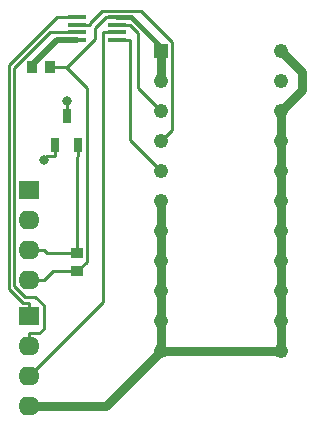
<source format=gbr>
%TF.GenerationSoftware,KiCad,Pcbnew,(5.1.8)-1*%
%TF.CreationDate,2021-05-23T21:47:32+08:00*%
%TF.ProjectId,only_ccd,6f6e6c79-5f63-4636-942e-6b696361645f,rev?*%
%TF.SameCoordinates,Original*%
%TF.FileFunction,Copper,L1,Top*%
%TF.FilePolarity,Positive*%
%FSLAX46Y46*%
G04 Gerber Fmt 4.6, Leading zero omitted, Abs format (unit mm)*
G04 Created by KiCad (PCBNEW (5.1.8)-1) date 2021-05-23 21:47:32*
%MOMM*%
%LPD*%
G01*
G04 APERTURE LIST*
%TA.AperFunction,ComponentPad*%
%ADD10R,1.800000X1.600000*%
%TD*%
%TA.AperFunction,ComponentPad*%
%ADD11O,1.800000X1.600000*%
%TD*%
%TA.AperFunction,SMDPad,CuDef*%
%ADD12R,0.700000X1.250000*%
%TD*%
%TA.AperFunction,SMDPad,CuDef*%
%ADD13R,1.600000X0.300000*%
%TD*%
%TA.AperFunction,SMDPad,CuDef*%
%ADD14R,0.980000X0.930000*%
%TD*%
%TA.AperFunction,ComponentPad*%
%ADD15R,1.220000X1.220000*%
%TD*%
%TA.AperFunction,ComponentPad*%
%ADD16C,1.220000*%
%TD*%
%TA.AperFunction,SMDPad,CuDef*%
%ADD17R,0.930000X0.980000*%
%TD*%
%TA.AperFunction,ViaPad*%
%ADD18C,0.800000*%
%TD*%
%TA.AperFunction,Conductor*%
%ADD19C,0.762000*%
%TD*%
%TA.AperFunction,Conductor*%
%ADD20C,0.508000*%
%TD*%
%TA.AperFunction,Conductor*%
%ADD21C,0.250000*%
%TD*%
%TA.AperFunction,Conductor*%
%ADD22C,0.254000*%
%TD*%
%TA.AperFunction,Conductor*%
%ADD23C,0.381000*%
%TD*%
G04 APERTURE END LIST*
D10*
%TO.P,J2,1*%
%TO.N,GND*%
X113538000Y-102235000D03*
D11*
%TO.P,J2,2*%
X113538000Y-104775000D03*
%TO.P,J2,3*%
%TO.N,/ADC_in*%
X113538000Y-107315000D03*
%TO.P,J2,4*%
%TO.N,/3v3*%
X113538000Y-109855000D03*
%TD*%
D12*
%TO.P,U3,3*%
%TO.N,Net-(R7-Pad1)*%
X116713000Y-95905000D03*
%TO.P,U3,2*%
%TO.N,/ADC_in*%
X117663000Y-98405000D03*
%TO.P,U3,1*%
%TO.N,Net-(R5-Pad2)*%
X115763000Y-98405000D03*
%TD*%
D13*
%TO.P,U2,8*%
%TO.N,/3v3*%
X120953000Y-87544000D03*
%TO.P,U2,7*%
%TO.N,Net-(IC1-Pad3)*%
X120953000Y-88194000D03*
%TO.P,U2,6*%
%TO.N,/M*%
X120953000Y-88844000D03*
%TO.P,U2,5*%
%TO.N,Net-(IC1-Pad5)*%
X120953000Y-89494000D03*
%TO.P,U2,4*%
%TO.N,GND*%
X117553000Y-89494000D03*
%TO.P,U2,3*%
%TO.N,/SH*%
X117553000Y-88844000D03*
%TO.P,U2,2*%
%TO.N,Net-(IC1-Pad4)*%
X117553000Y-88194000D03*
%TO.P,U2,1*%
%TO.N,/ICG*%
X117553000Y-87544000D03*
%TD*%
D14*
%TO.P,R6,2*%
%TO.N,/ADC_in*%
X117602000Y-107561000D03*
%TO.P,R6,1*%
%TO.N,/3v3*%
X117602000Y-109101000D03*
%TD*%
D10*
%TO.P,J1,1*%
%TO.N,/ICG*%
X113538000Y-112903000D03*
D11*
%TO.P,J1,2*%
%TO.N,/SH*%
X113538000Y-115443000D03*
%TO.P,J1,3*%
%TO.N,/M*%
X113538000Y-117983000D03*
%TO.P,J1,4*%
%TO.N,GND*%
X113538000Y-120523000D03*
%TD*%
D15*
%TO.P,IC1,1*%
%TO.N,/3v3*%
X124714000Y-90424000D03*
D16*
%TO.P,IC1,2*%
X124714000Y-92964000D03*
%TO.P,IC1,3*%
%TO.N,Net-(IC1-Pad3)*%
X124714000Y-95504000D03*
%TO.P,IC1,4*%
%TO.N,Net-(IC1-Pad4)*%
X124714000Y-98044000D03*
%TO.P,IC1,5*%
%TO.N,Net-(IC1-Pad5)*%
X124714000Y-100584000D03*
%TO.P,IC1,6*%
%TO.N,GND*%
X124714000Y-103124000D03*
%TO.P,IC1,7*%
X124714000Y-105664000D03*
%TO.P,IC1,8*%
X124714000Y-108204000D03*
%TO.P,IC1,9*%
X124714000Y-110744000D03*
%TO.P,IC1,10*%
X124714000Y-113284000D03*
%TO.P,IC1,11*%
X124714000Y-115824000D03*
%TO.P,IC1,12*%
X134874000Y-115824000D03*
%TO.P,IC1,13*%
X134874000Y-113284000D03*
%TO.P,IC1,14*%
X134874000Y-110744000D03*
%TO.P,IC1,15*%
X134874000Y-108204000D03*
%TO.P,IC1,16*%
X134874000Y-105664000D03*
%TO.P,IC1,17*%
X134874000Y-103124000D03*
%TO.P,IC1,18*%
X134874000Y-100584000D03*
%TO.P,IC1,19*%
X134874000Y-98044000D03*
%TO.P,IC1,20*%
X134874000Y-95504000D03*
%TO.P,IC1,21*%
%TO.N,Net-(IC1-Pad21)*%
X134874000Y-92964000D03*
%TO.P,IC1,22*%
%TO.N,GND*%
X134874000Y-90424000D03*
%TD*%
D17*
%TO.P,C16,2*%
%TO.N,GND*%
X113784000Y-91821000D03*
%TO.P,C16,1*%
%TO.N,/3v3*%
X115324000Y-91821000D03*
%TD*%
D18*
%TO.N,GND*%
X113784000Y-91821000D03*
%TO.N,Net-(R5-Pad2)*%
X114770800Y-99664200D03*
%TO.N,Net-(R7-Pad1)*%
X116713000Y-94679700D03*
%TD*%
D19*
%TO.N,GND*%
X134874000Y-95504000D02*
X134874000Y-95377000D01*
X134874000Y-113284000D02*
X134874000Y-110744000D01*
X134874000Y-115824000D02*
X134874000Y-113284000D01*
X134874000Y-110744000D02*
X134874000Y-108204000D01*
X134874000Y-108204000D02*
X134874000Y-105664000D01*
X134874000Y-105664000D02*
X134874000Y-103124000D01*
X134874000Y-103124000D02*
X134874000Y-100584000D01*
X134874000Y-100584000D02*
X134874000Y-98044000D01*
X124714000Y-105664000D02*
X124714000Y-108204000D01*
X124714000Y-103124000D02*
X124714000Y-105664000D01*
X124714000Y-108204000D02*
X124714000Y-110744000D01*
X134874000Y-98044000D02*
X134874000Y-95504000D01*
X124714000Y-110744000D02*
X124714000Y-113284000D01*
X124714000Y-113284000D02*
X124714000Y-115824000D01*
X124714000Y-115824000D02*
X134874000Y-115824000D01*
X136652000Y-93726000D02*
X134874000Y-95504000D01*
X136652000Y-92202000D02*
X136652000Y-93726000D01*
X134874000Y-90424000D02*
X136652000Y-92202000D01*
X120015000Y-120523000D02*
X124714000Y-115824000D01*
X113538000Y-120523000D02*
X120015000Y-120523000D01*
D20*
X115878798Y-89494000D02*
X117553000Y-89494000D01*
X113784000Y-91588798D02*
X115878798Y-89494000D01*
X113784000Y-91821000D02*
X113784000Y-91588798D01*
D21*
%TO.N,Net-(IC1-Pad3)*%
X120953000Y-88194000D02*
X122078300Y-88194000D01*
X124714000Y-95504000D02*
X122781200Y-93571200D01*
X122781200Y-93571200D02*
X122781200Y-88896900D01*
X122781200Y-88896900D02*
X122078300Y-88194000D01*
%TO.N,Net-(IC1-Pad4)*%
X117553000Y-88194000D02*
X118678300Y-88194000D01*
X124714000Y-98044000D02*
X125649400Y-97108600D01*
X125649400Y-97108600D02*
X125649400Y-89669000D01*
X125649400Y-89669000D02*
X123024200Y-87043800D01*
X123024200Y-87043800D02*
X119669600Y-87043800D01*
X119669600Y-87043800D02*
X118678300Y-88035100D01*
X118678300Y-88035100D02*
X118678300Y-88194000D01*
%TO.N,Net-(IC1-Pad5)*%
X120953000Y-89494000D02*
X122078300Y-89494000D01*
X124714000Y-100584000D02*
X122078300Y-97948300D01*
X122078300Y-97948300D02*
X122078300Y-89494000D01*
%TO.N,Net-(R5-Pad2)*%
X114770800Y-99664200D02*
X115079700Y-99355300D01*
X115079700Y-99355300D02*
X115763000Y-99355300D01*
X115763000Y-98405000D02*
X115763000Y-99355300D01*
%TO.N,/ADC_in*%
X117663000Y-98405000D02*
X117663000Y-99355300D01*
X117663000Y-99355300D02*
X117602000Y-99416300D01*
X117602000Y-99416300D02*
X117602000Y-107561000D01*
X113538000Y-107315000D02*
X114763300Y-107315000D01*
X117602000Y-107561000D02*
X115009300Y-107561000D01*
X115009300Y-107561000D02*
X114763300Y-107315000D01*
%TO.N,Net-(R7-Pad1)*%
X116713000Y-94679700D02*
X116713000Y-95905000D01*
%TO.N,/M*%
X120953000Y-88844000D02*
X119827700Y-88844000D01*
X119827700Y-88844000D02*
X119827700Y-110849300D01*
D22*
X119827700Y-111693300D02*
X113538000Y-117983000D01*
X119827700Y-110849300D02*
X119827700Y-111693300D01*
D21*
%TO.N,/SH*%
X113538000Y-115443000D02*
X113538000Y-114317700D01*
X117553000Y-88844000D02*
X115280600Y-88844000D01*
X115280600Y-88844000D02*
X112276400Y-91848200D01*
X112276400Y-91848200D02*
X112276400Y-110321200D01*
X112276400Y-110321200D02*
X113175000Y-111219800D01*
X113175000Y-111219800D02*
X114068500Y-111219800D01*
X114068500Y-111219800D02*
X114763400Y-111914700D01*
X114763400Y-111914700D02*
X114763400Y-113936300D01*
X114763400Y-113936300D02*
X114382000Y-114317700D01*
X114382000Y-114317700D02*
X113538000Y-114317700D01*
%TO.N,/ICG*%
X116427700Y-87544000D02*
X115870400Y-87544000D01*
X115870400Y-87544000D02*
X111826000Y-91588400D01*
X111826000Y-91588400D02*
X111826000Y-110623000D01*
X111826000Y-110623000D02*
X112980700Y-111777700D01*
X112980700Y-111777700D02*
X113538000Y-111777700D01*
X113538000Y-112903000D02*
X113538000Y-111777700D01*
X117553000Y-87544000D02*
X116427700Y-87544000D01*
%TO.N,/3v3*%
X117602000Y-109101000D02*
X118427800Y-108275200D01*
X118427800Y-108275200D02*
X118427800Y-93553100D01*
X118427800Y-93553100D02*
X116695700Y-91821000D01*
X114763300Y-109855000D02*
X115517300Y-109101000D01*
X115517300Y-109101000D02*
X117602000Y-109101000D01*
X120953000Y-87544000D02*
X122078300Y-87544000D01*
X120390400Y-87544000D02*
X120953000Y-87544000D01*
X113538000Y-109855000D02*
X114763300Y-109855000D01*
D19*
X124714000Y-90424000D02*
X124714000Y-92964000D01*
D23*
X122172650Y-87559310D02*
X120953000Y-87559310D01*
X124714000Y-90100660D02*
X122172650Y-87559310D01*
X124714000Y-90424000D02*
X124714000Y-90100660D01*
D22*
X120064398Y-87544000D02*
X119126000Y-88482398D01*
X120953000Y-87544000D02*
X120064398Y-87544000D01*
X116764602Y-91821000D02*
X116332000Y-91821000D01*
X119126000Y-89459602D02*
X116764602Y-91821000D01*
X119126000Y-88482398D02*
X119126000Y-89459602D01*
D21*
X116332000Y-91821000D02*
X115324000Y-91821000D01*
X116695700Y-91821000D02*
X116332000Y-91821000D01*
%TD*%
M02*

</source>
